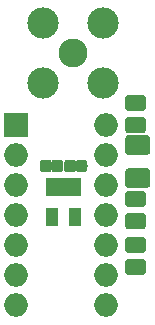
<source format=gbr>
G04 #@! TF.GenerationSoftware,KiCad,Pcbnew,(5.1.4)-1*
G04 #@! TF.CreationDate,2019-10-02T12:40:23-04:00*
G04 #@! TF.ProjectId,clock_buffer,636c6f63-6b5f-4627-9566-6665722e6b69,rev?*
G04 #@! TF.SameCoordinates,Original*
G04 #@! TF.FileFunction,Soldermask,Top*
G04 #@! TF.FilePolarity,Negative*
%FSLAX46Y46*%
G04 Gerber Fmt 4.6, Leading zero omitted, Abs format (unit mm)*
G04 Created by KiCad (PCBNEW (5.1.4)-1) date 2019-10-02 12:40:23*
%MOMM*%
%LPD*%
G04 APERTURE LIST*
%ADD10C,0.100000*%
%ADD11C,1.375000*%
%ADD12C,0.990000*%
%ADD13R,0.990000X1.610000*%
%ADD14C,1.650000*%
%ADD15O,2.000000X2.000000*%
%ADD16R,2.000000X2.000000*%
%ADD17C,2.650000*%
%ADD18C,2.450000*%
G04 APERTURE END LIST*
D10*
G36*
X157053943Y-107185655D02*
G01*
X157087312Y-107190605D01*
X157120035Y-107198802D01*
X157151797Y-107210166D01*
X157182293Y-107224590D01*
X157211227Y-107241932D01*
X157238323Y-107262028D01*
X157263318Y-107284682D01*
X157285972Y-107309677D01*
X157306068Y-107336773D01*
X157323410Y-107365707D01*
X157337834Y-107396203D01*
X157349198Y-107427965D01*
X157357395Y-107460688D01*
X157362345Y-107494057D01*
X157364000Y-107527750D01*
X157364000Y-108215250D01*
X157362345Y-108248943D01*
X157357395Y-108282312D01*
X157349198Y-108315035D01*
X157337834Y-108346797D01*
X157323410Y-108377293D01*
X157306068Y-108406227D01*
X157285972Y-108433323D01*
X157263318Y-108458318D01*
X157238323Y-108480972D01*
X157211227Y-108501068D01*
X157182293Y-108518410D01*
X157151797Y-108532834D01*
X157120035Y-108544198D01*
X157087312Y-108552395D01*
X157053943Y-108557345D01*
X157020250Y-108559000D01*
X155907750Y-108559000D01*
X155874057Y-108557345D01*
X155840688Y-108552395D01*
X155807965Y-108544198D01*
X155776203Y-108532834D01*
X155745707Y-108518410D01*
X155716773Y-108501068D01*
X155689677Y-108480972D01*
X155664682Y-108458318D01*
X155642028Y-108433323D01*
X155621932Y-108406227D01*
X155604590Y-108377293D01*
X155590166Y-108346797D01*
X155578802Y-108315035D01*
X155570605Y-108282312D01*
X155565655Y-108248943D01*
X155564000Y-108215250D01*
X155564000Y-107527750D01*
X155565655Y-107494057D01*
X155570605Y-107460688D01*
X155578802Y-107427965D01*
X155590166Y-107396203D01*
X155604590Y-107365707D01*
X155621932Y-107336773D01*
X155642028Y-107309677D01*
X155664682Y-107284682D01*
X155689677Y-107262028D01*
X155716773Y-107241932D01*
X155745707Y-107224590D01*
X155776203Y-107210166D01*
X155807965Y-107198802D01*
X155840688Y-107190605D01*
X155874057Y-107185655D01*
X155907750Y-107184000D01*
X157020250Y-107184000D01*
X157053943Y-107185655D01*
X157053943Y-107185655D01*
G37*
D11*
X156464000Y-107871500D03*
D10*
G36*
X157053943Y-105310655D02*
G01*
X157087312Y-105315605D01*
X157120035Y-105323802D01*
X157151797Y-105335166D01*
X157182293Y-105349590D01*
X157211227Y-105366932D01*
X157238323Y-105387028D01*
X157263318Y-105409682D01*
X157285972Y-105434677D01*
X157306068Y-105461773D01*
X157323410Y-105490707D01*
X157337834Y-105521203D01*
X157349198Y-105552965D01*
X157357395Y-105585688D01*
X157362345Y-105619057D01*
X157364000Y-105652750D01*
X157364000Y-106340250D01*
X157362345Y-106373943D01*
X157357395Y-106407312D01*
X157349198Y-106440035D01*
X157337834Y-106471797D01*
X157323410Y-106502293D01*
X157306068Y-106531227D01*
X157285972Y-106558323D01*
X157263318Y-106583318D01*
X157238323Y-106605972D01*
X157211227Y-106626068D01*
X157182293Y-106643410D01*
X157151797Y-106657834D01*
X157120035Y-106669198D01*
X157087312Y-106677395D01*
X157053943Y-106682345D01*
X157020250Y-106684000D01*
X155907750Y-106684000D01*
X155874057Y-106682345D01*
X155840688Y-106677395D01*
X155807965Y-106669198D01*
X155776203Y-106657834D01*
X155745707Y-106643410D01*
X155716773Y-106626068D01*
X155689677Y-106605972D01*
X155664682Y-106583318D01*
X155642028Y-106558323D01*
X155621932Y-106531227D01*
X155604590Y-106502293D01*
X155590166Y-106471797D01*
X155578802Y-106440035D01*
X155570605Y-106407312D01*
X155565655Y-106373943D01*
X155564000Y-106340250D01*
X155564000Y-105652750D01*
X155565655Y-105619057D01*
X155570605Y-105585688D01*
X155578802Y-105552965D01*
X155590166Y-105521203D01*
X155604590Y-105490707D01*
X155621932Y-105461773D01*
X155642028Y-105434677D01*
X155664682Y-105409682D01*
X155689677Y-105387028D01*
X155716773Y-105366932D01*
X155745707Y-105349590D01*
X155776203Y-105335166D01*
X155807965Y-105323802D01*
X155840688Y-105315605D01*
X155874057Y-105310655D01*
X155907750Y-105309000D01*
X157020250Y-105309000D01*
X157053943Y-105310655D01*
X157053943Y-105310655D01*
G37*
D11*
X156464000Y-105996500D03*
D10*
G36*
X152163759Y-98795192D02*
G01*
X152187785Y-98798756D01*
X152211345Y-98804657D01*
X152234214Y-98812840D01*
X152256171Y-98823224D01*
X152277004Y-98835711D01*
X152296512Y-98850180D01*
X152314509Y-98866491D01*
X152330820Y-98884488D01*
X152345289Y-98903996D01*
X152357776Y-98924829D01*
X152368160Y-98946786D01*
X152376343Y-98969655D01*
X152382244Y-98993215D01*
X152385808Y-99017241D01*
X152387000Y-99041500D01*
X152387000Y-99586500D01*
X152385808Y-99610759D01*
X152382244Y-99634785D01*
X152376343Y-99658345D01*
X152368160Y-99681214D01*
X152357776Y-99703171D01*
X152345289Y-99724004D01*
X152330820Y-99743512D01*
X152314509Y-99761509D01*
X152296512Y-99777820D01*
X152277004Y-99792289D01*
X152256171Y-99804776D01*
X152234214Y-99815160D01*
X152211345Y-99823343D01*
X152187785Y-99829244D01*
X152163759Y-99832808D01*
X152139500Y-99834000D01*
X151644500Y-99834000D01*
X151620241Y-99832808D01*
X151596215Y-99829244D01*
X151572655Y-99823343D01*
X151549786Y-99815160D01*
X151527829Y-99804776D01*
X151506996Y-99792289D01*
X151487488Y-99777820D01*
X151469491Y-99761509D01*
X151453180Y-99743512D01*
X151438711Y-99724004D01*
X151426224Y-99703171D01*
X151415840Y-99681214D01*
X151407657Y-99658345D01*
X151401756Y-99634785D01*
X151398192Y-99610759D01*
X151397000Y-99586500D01*
X151397000Y-99041500D01*
X151398192Y-99017241D01*
X151401756Y-98993215D01*
X151407657Y-98969655D01*
X151415840Y-98946786D01*
X151426224Y-98924829D01*
X151438711Y-98903996D01*
X151453180Y-98884488D01*
X151469491Y-98866491D01*
X151487488Y-98850180D01*
X151506996Y-98835711D01*
X151527829Y-98823224D01*
X151549786Y-98812840D01*
X151572655Y-98804657D01*
X151596215Y-98798756D01*
X151620241Y-98795192D01*
X151644500Y-98794000D01*
X152139500Y-98794000D01*
X152163759Y-98795192D01*
X152163759Y-98795192D01*
G37*
D12*
X151892000Y-99314000D03*
D10*
G36*
X151193759Y-98795192D02*
G01*
X151217785Y-98798756D01*
X151241345Y-98804657D01*
X151264214Y-98812840D01*
X151286171Y-98823224D01*
X151307004Y-98835711D01*
X151326512Y-98850180D01*
X151344509Y-98866491D01*
X151360820Y-98884488D01*
X151375289Y-98903996D01*
X151387776Y-98924829D01*
X151398160Y-98946786D01*
X151406343Y-98969655D01*
X151412244Y-98993215D01*
X151415808Y-99017241D01*
X151417000Y-99041500D01*
X151417000Y-99586500D01*
X151415808Y-99610759D01*
X151412244Y-99634785D01*
X151406343Y-99658345D01*
X151398160Y-99681214D01*
X151387776Y-99703171D01*
X151375289Y-99724004D01*
X151360820Y-99743512D01*
X151344509Y-99761509D01*
X151326512Y-99777820D01*
X151307004Y-99792289D01*
X151286171Y-99804776D01*
X151264214Y-99815160D01*
X151241345Y-99823343D01*
X151217785Y-99829244D01*
X151193759Y-99832808D01*
X151169500Y-99834000D01*
X150674500Y-99834000D01*
X150650241Y-99832808D01*
X150626215Y-99829244D01*
X150602655Y-99823343D01*
X150579786Y-99815160D01*
X150557829Y-99804776D01*
X150536996Y-99792289D01*
X150517488Y-99777820D01*
X150499491Y-99761509D01*
X150483180Y-99743512D01*
X150468711Y-99724004D01*
X150456224Y-99703171D01*
X150445840Y-99681214D01*
X150437657Y-99658345D01*
X150431756Y-99634785D01*
X150428192Y-99610759D01*
X150427000Y-99586500D01*
X150427000Y-99041500D01*
X150428192Y-99017241D01*
X150431756Y-98993215D01*
X150437657Y-98969655D01*
X150445840Y-98946786D01*
X150456224Y-98924829D01*
X150468711Y-98903996D01*
X150483180Y-98884488D01*
X150499491Y-98866491D01*
X150517488Y-98850180D01*
X150536996Y-98835711D01*
X150557829Y-98823224D01*
X150579786Y-98812840D01*
X150602655Y-98804657D01*
X150626215Y-98798756D01*
X150650241Y-98795192D01*
X150674500Y-98794000D01*
X151169500Y-98794000D01*
X151193759Y-98795192D01*
X151193759Y-98795192D01*
G37*
D12*
X150922000Y-99314000D03*
D10*
G36*
X150108759Y-98795192D02*
G01*
X150132785Y-98798756D01*
X150156345Y-98804657D01*
X150179214Y-98812840D01*
X150201171Y-98823224D01*
X150222004Y-98835711D01*
X150241512Y-98850180D01*
X150259509Y-98866491D01*
X150275820Y-98884488D01*
X150290289Y-98903996D01*
X150302776Y-98924829D01*
X150313160Y-98946786D01*
X150321343Y-98969655D01*
X150327244Y-98993215D01*
X150330808Y-99017241D01*
X150332000Y-99041500D01*
X150332000Y-99586500D01*
X150330808Y-99610759D01*
X150327244Y-99634785D01*
X150321343Y-99658345D01*
X150313160Y-99681214D01*
X150302776Y-99703171D01*
X150290289Y-99724004D01*
X150275820Y-99743512D01*
X150259509Y-99761509D01*
X150241512Y-99777820D01*
X150222004Y-99792289D01*
X150201171Y-99804776D01*
X150179214Y-99815160D01*
X150156345Y-99823343D01*
X150132785Y-99829244D01*
X150108759Y-99832808D01*
X150084500Y-99834000D01*
X149589500Y-99834000D01*
X149565241Y-99832808D01*
X149541215Y-99829244D01*
X149517655Y-99823343D01*
X149494786Y-99815160D01*
X149472829Y-99804776D01*
X149451996Y-99792289D01*
X149432488Y-99777820D01*
X149414491Y-99761509D01*
X149398180Y-99743512D01*
X149383711Y-99724004D01*
X149371224Y-99703171D01*
X149360840Y-99681214D01*
X149352657Y-99658345D01*
X149346756Y-99634785D01*
X149343192Y-99610759D01*
X149342000Y-99586500D01*
X149342000Y-99041500D01*
X149343192Y-99017241D01*
X149346756Y-98993215D01*
X149352657Y-98969655D01*
X149360840Y-98946786D01*
X149371224Y-98924829D01*
X149383711Y-98903996D01*
X149398180Y-98884488D01*
X149414491Y-98866491D01*
X149432488Y-98850180D01*
X149451996Y-98835711D01*
X149472829Y-98823224D01*
X149494786Y-98812840D01*
X149517655Y-98804657D01*
X149541215Y-98798756D01*
X149565241Y-98795192D01*
X149589500Y-98794000D01*
X150084500Y-98794000D01*
X150108759Y-98795192D01*
X150108759Y-98795192D01*
G37*
D12*
X149837000Y-99314000D03*
D10*
G36*
X149138759Y-98795192D02*
G01*
X149162785Y-98798756D01*
X149186345Y-98804657D01*
X149209214Y-98812840D01*
X149231171Y-98823224D01*
X149252004Y-98835711D01*
X149271512Y-98850180D01*
X149289509Y-98866491D01*
X149305820Y-98884488D01*
X149320289Y-98903996D01*
X149332776Y-98924829D01*
X149343160Y-98946786D01*
X149351343Y-98969655D01*
X149357244Y-98993215D01*
X149360808Y-99017241D01*
X149362000Y-99041500D01*
X149362000Y-99586500D01*
X149360808Y-99610759D01*
X149357244Y-99634785D01*
X149351343Y-99658345D01*
X149343160Y-99681214D01*
X149332776Y-99703171D01*
X149320289Y-99724004D01*
X149305820Y-99743512D01*
X149289509Y-99761509D01*
X149271512Y-99777820D01*
X149252004Y-99792289D01*
X149231171Y-99804776D01*
X149209214Y-99815160D01*
X149186345Y-99823343D01*
X149162785Y-99829244D01*
X149138759Y-99832808D01*
X149114500Y-99834000D01*
X148619500Y-99834000D01*
X148595241Y-99832808D01*
X148571215Y-99829244D01*
X148547655Y-99823343D01*
X148524786Y-99815160D01*
X148502829Y-99804776D01*
X148481996Y-99792289D01*
X148462488Y-99777820D01*
X148444491Y-99761509D01*
X148428180Y-99743512D01*
X148413711Y-99724004D01*
X148401224Y-99703171D01*
X148390840Y-99681214D01*
X148382657Y-99658345D01*
X148376756Y-99634785D01*
X148373192Y-99610759D01*
X148372000Y-99586500D01*
X148372000Y-99041500D01*
X148373192Y-99017241D01*
X148376756Y-98993215D01*
X148382657Y-98969655D01*
X148390840Y-98946786D01*
X148401224Y-98924829D01*
X148413711Y-98903996D01*
X148428180Y-98884488D01*
X148444491Y-98866491D01*
X148462488Y-98850180D01*
X148481996Y-98835711D01*
X148502829Y-98823224D01*
X148524786Y-98812840D01*
X148547655Y-98804657D01*
X148571215Y-98798756D01*
X148595241Y-98795192D01*
X148619500Y-98794000D01*
X149114500Y-98794000D01*
X149138759Y-98795192D01*
X149138759Y-98795192D01*
G37*
D12*
X148867000Y-99314000D03*
D13*
X151318000Y-103617000D03*
X149418000Y-103617000D03*
X149418000Y-101107000D03*
X150368000Y-101107000D03*
X151318000Y-101107000D03*
D10*
G36*
X157053943Y-103297155D02*
G01*
X157087312Y-103302105D01*
X157120035Y-103310302D01*
X157151797Y-103321666D01*
X157182293Y-103336090D01*
X157211227Y-103353432D01*
X157238323Y-103373528D01*
X157263318Y-103396182D01*
X157285972Y-103421177D01*
X157306068Y-103448273D01*
X157323410Y-103477207D01*
X157337834Y-103507703D01*
X157349198Y-103539465D01*
X157357395Y-103572188D01*
X157362345Y-103605557D01*
X157364000Y-103639250D01*
X157364000Y-104326750D01*
X157362345Y-104360443D01*
X157357395Y-104393812D01*
X157349198Y-104426535D01*
X157337834Y-104458297D01*
X157323410Y-104488793D01*
X157306068Y-104517727D01*
X157285972Y-104544823D01*
X157263318Y-104569818D01*
X157238323Y-104592472D01*
X157211227Y-104612568D01*
X157182293Y-104629910D01*
X157151797Y-104644334D01*
X157120035Y-104655698D01*
X157087312Y-104663895D01*
X157053943Y-104668845D01*
X157020250Y-104670500D01*
X155907750Y-104670500D01*
X155874057Y-104668845D01*
X155840688Y-104663895D01*
X155807965Y-104655698D01*
X155776203Y-104644334D01*
X155745707Y-104629910D01*
X155716773Y-104612568D01*
X155689677Y-104592472D01*
X155664682Y-104569818D01*
X155642028Y-104544823D01*
X155621932Y-104517727D01*
X155604590Y-104488793D01*
X155590166Y-104458297D01*
X155578802Y-104426535D01*
X155570605Y-104393812D01*
X155565655Y-104360443D01*
X155564000Y-104326750D01*
X155564000Y-103639250D01*
X155565655Y-103605557D01*
X155570605Y-103572188D01*
X155578802Y-103539465D01*
X155590166Y-103507703D01*
X155604590Y-103477207D01*
X155621932Y-103448273D01*
X155642028Y-103421177D01*
X155664682Y-103396182D01*
X155689677Y-103373528D01*
X155716773Y-103353432D01*
X155745707Y-103336090D01*
X155776203Y-103321666D01*
X155807965Y-103310302D01*
X155840688Y-103302105D01*
X155874057Y-103297155D01*
X155907750Y-103295500D01*
X157020250Y-103295500D01*
X157053943Y-103297155D01*
X157053943Y-103297155D01*
G37*
D11*
X156464000Y-103983000D03*
D10*
G36*
X157053943Y-101422155D02*
G01*
X157087312Y-101427105D01*
X157120035Y-101435302D01*
X157151797Y-101446666D01*
X157182293Y-101461090D01*
X157211227Y-101478432D01*
X157238323Y-101498528D01*
X157263318Y-101521182D01*
X157285972Y-101546177D01*
X157306068Y-101573273D01*
X157323410Y-101602207D01*
X157337834Y-101632703D01*
X157349198Y-101664465D01*
X157357395Y-101697188D01*
X157362345Y-101730557D01*
X157364000Y-101764250D01*
X157364000Y-102451750D01*
X157362345Y-102485443D01*
X157357395Y-102518812D01*
X157349198Y-102551535D01*
X157337834Y-102583297D01*
X157323410Y-102613793D01*
X157306068Y-102642727D01*
X157285972Y-102669823D01*
X157263318Y-102694818D01*
X157238323Y-102717472D01*
X157211227Y-102737568D01*
X157182293Y-102754910D01*
X157151797Y-102769334D01*
X157120035Y-102780698D01*
X157087312Y-102788895D01*
X157053943Y-102793845D01*
X157020250Y-102795500D01*
X155907750Y-102795500D01*
X155874057Y-102793845D01*
X155840688Y-102788895D01*
X155807965Y-102780698D01*
X155776203Y-102769334D01*
X155745707Y-102754910D01*
X155716773Y-102737568D01*
X155689677Y-102717472D01*
X155664682Y-102694818D01*
X155642028Y-102669823D01*
X155621932Y-102642727D01*
X155604590Y-102613793D01*
X155590166Y-102583297D01*
X155578802Y-102551535D01*
X155570605Y-102518812D01*
X155565655Y-102485443D01*
X155564000Y-102451750D01*
X155564000Y-101764250D01*
X155565655Y-101730557D01*
X155570605Y-101697188D01*
X155578802Y-101664465D01*
X155590166Y-101632703D01*
X155604590Y-101602207D01*
X155621932Y-101573273D01*
X155642028Y-101546177D01*
X155664682Y-101521182D01*
X155689677Y-101498528D01*
X155716773Y-101478432D01*
X155745707Y-101461090D01*
X155776203Y-101446666D01*
X155807965Y-101435302D01*
X155840688Y-101427105D01*
X155874057Y-101422155D01*
X155907750Y-101420500D01*
X157020250Y-101420500D01*
X157053943Y-101422155D01*
X157053943Y-101422155D01*
G37*
D11*
X156464000Y-102108000D03*
D10*
G36*
X157053943Y-93294155D02*
G01*
X157087312Y-93299105D01*
X157120035Y-93307302D01*
X157151797Y-93318666D01*
X157182293Y-93333090D01*
X157211227Y-93350432D01*
X157238323Y-93370528D01*
X157263318Y-93393182D01*
X157285972Y-93418177D01*
X157306068Y-93445273D01*
X157323410Y-93474207D01*
X157337834Y-93504703D01*
X157349198Y-93536465D01*
X157357395Y-93569188D01*
X157362345Y-93602557D01*
X157364000Y-93636250D01*
X157364000Y-94323750D01*
X157362345Y-94357443D01*
X157357395Y-94390812D01*
X157349198Y-94423535D01*
X157337834Y-94455297D01*
X157323410Y-94485793D01*
X157306068Y-94514727D01*
X157285972Y-94541823D01*
X157263318Y-94566818D01*
X157238323Y-94589472D01*
X157211227Y-94609568D01*
X157182293Y-94626910D01*
X157151797Y-94641334D01*
X157120035Y-94652698D01*
X157087312Y-94660895D01*
X157053943Y-94665845D01*
X157020250Y-94667500D01*
X155907750Y-94667500D01*
X155874057Y-94665845D01*
X155840688Y-94660895D01*
X155807965Y-94652698D01*
X155776203Y-94641334D01*
X155745707Y-94626910D01*
X155716773Y-94609568D01*
X155689677Y-94589472D01*
X155664682Y-94566818D01*
X155642028Y-94541823D01*
X155621932Y-94514727D01*
X155604590Y-94485793D01*
X155590166Y-94455297D01*
X155578802Y-94423535D01*
X155570605Y-94390812D01*
X155565655Y-94357443D01*
X155564000Y-94323750D01*
X155564000Y-93636250D01*
X155565655Y-93602557D01*
X155570605Y-93569188D01*
X155578802Y-93536465D01*
X155590166Y-93504703D01*
X155604590Y-93474207D01*
X155621932Y-93445273D01*
X155642028Y-93418177D01*
X155664682Y-93393182D01*
X155689677Y-93370528D01*
X155716773Y-93350432D01*
X155745707Y-93333090D01*
X155776203Y-93318666D01*
X155807965Y-93307302D01*
X155840688Y-93299105D01*
X155874057Y-93294155D01*
X155907750Y-93292500D01*
X157020250Y-93292500D01*
X157053943Y-93294155D01*
X157053943Y-93294155D01*
G37*
D11*
X156464000Y-93980000D03*
D10*
G36*
X157053943Y-95169155D02*
G01*
X157087312Y-95174105D01*
X157120035Y-95182302D01*
X157151797Y-95193666D01*
X157182293Y-95208090D01*
X157211227Y-95225432D01*
X157238323Y-95245528D01*
X157263318Y-95268182D01*
X157285972Y-95293177D01*
X157306068Y-95320273D01*
X157323410Y-95349207D01*
X157337834Y-95379703D01*
X157349198Y-95411465D01*
X157357395Y-95444188D01*
X157362345Y-95477557D01*
X157364000Y-95511250D01*
X157364000Y-96198750D01*
X157362345Y-96232443D01*
X157357395Y-96265812D01*
X157349198Y-96298535D01*
X157337834Y-96330297D01*
X157323410Y-96360793D01*
X157306068Y-96389727D01*
X157285972Y-96416823D01*
X157263318Y-96441818D01*
X157238323Y-96464472D01*
X157211227Y-96484568D01*
X157182293Y-96501910D01*
X157151797Y-96516334D01*
X157120035Y-96527698D01*
X157087312Y-96535895D01*
X157053943Y-96540845D01*
X157020250Y-96542500D01*
X155907750Y-96542500D01*
X155874057Y-96540845D01*
X155840688Y-96535895D01*
X155807965Y-96527698D01*
X155776203Y-96516334D01*
X155745707Y-96501910D01*
X155716773Y-96484568D01*
X155689677Y-96464472D01*
X155664682Y-96441818D01*
X155642028Y-96416823D01*
X155621932Y-96389727D01*
X155604590Y-96360793D01*
X155590166Y-96330297D01*
X155578802Y-96298535D01*
X155570605Y-96265812D01*
X155565655Y-96232443D01*
X155564000Y-96198750D01*
X155564000Y-95511250D01*
X155565655Y-95477557D01*
X155570605Y-95444188D01*
X155578802Y-95411465D01*
X155590166Y-95379703D01*
X155604590Y-95349207D01*
X155621932Y-95320273D01*
X155642028Y-95293177D01*
X155664682Y-95268182D01*
X155689677Y-95245528D01*
X155716773Y-95225432D01*
X155745707Y-95208090D01*
X155776203Y-95193666D01*
X155807965Y-95182302D01*
X155840688Y-95174105D01*
X155874057Y-95169155D01*
X155907750Y-95167500D01*
X157020250Y-95167500D01*
X157053943Y-95169155D01*
X157053943Y-95169155D01*
G37*
D11*
X156464000Y-95855000D03*
D10*
G36*
X157431846Y-99512589D02*
G01*
X157463880Y-99517341D01*
X157495294Y-99525210D01*
X157525786Y-99536120D01*
X157555061Y-99549966D01*
X157582838Y-99566615D01*
X157608850Y-99585907D01*
X157632845Y-99607655D01*
X157654593Y-99631650D01*
X157673885Y-99657662D01*
X157690534Y-99685439D01*
X157704380Y-99714714D01*
X157715290Y-99745206D01*
X157723159Y-99776620D01*
X157727911Y-99808654D01*
X157729500Y-99841000D01*
X157729500Y-100831000D01*
X157727911Y-100863346D01*
X157723159Y-100895380D01*
X157715290Y-100926794D01*
X157704380Y-100957286D01*
X157690534Y-100986561D01*
X157673885Y-101014338D01*
X157654593Y-101040350D01*
X157632845Y-101064345D01*
X157608850Y-101086093D01*
X157582838Y-101105385D01*
X157555061Y-101122034D01*
X157525786Y-101135880D01*
X157495294Y-101146790D01*
X157463880Y-101154659D01*
X157431846Y-101159411D01*
X157399500Y-101161000D01*
X155909500Y-101161000D01*
X155877154Y-101159411D01*
X155845120Y-101154659D01*
X155813706Y-101146790D01*
X155783214Y-101135880D01*
X155753939Y-101122034D01*
X155726162Y-101105385D01*
X155700150Y-101086093D01*
X155676155Y-101064345D01*
X155654407Y-101040350D01*
X155635115Y-101014338D01*
X155618466Y-100986561D01*
X155604620Y-100957286D01*
X155593710Y-100926794D01*
X155585841Y-100895380D01*
X155581089Y-100863346D01*
X155579500Y-100831000D01*
X155579500Y-99841000D01*
X155581089Y-99808654D01*
X155585841Y-99776620D01*
X155593710Y-99745206D01*
X155604620Y-99714714D01*
X155618466Y-99685439D01*
X155635115Y-99657662D01*
X155654407Y-99631650D01*
X155676155Y-99607655D01*
X155700150Y-99585907D01*
X155726162Y-99566615D01*
X155753939Y-99549966D01*
X155783214Y-99536120D01*
X155813706Y-99525210D01*
X155845120Y-99517341D01*
X155877154Y-99512589D01*
X155909500Y-99511000D01*
X157399500Y-99511000D01*
X157431846Y-99512589D01*
X157431846Y-99512589D01*
G37*
D14*
X156654500Y-100336000D03*
D10*
G36*
X157431846Y-96712589D02*
G01*
X157463880Y-96717341D01*
X157495294Y-96725210D01*
X157525786Y-96736120D01*
X157555061Y-96749966D01*
X157582838Y-96766615D01*
X157608850Y-96785907D01*
X157632845Y-96807655D01*
X157654593Y-96831650D01*
X157673885Y-96857662D01*
X157690534Y-96885439D01*
X157704380Y-96914714D01*
X157715290Y-96945206D01*
X157723159Y-96976620D01*
X157727911Y-97008654D01*
X157729500Y-97041000D01*
X157729500Y-98031000D01*
X157727911Y-98063346D01*
X157723159Y-98095380D01*
X157715290Y-98126794D01*
X157704380Y-98157286D01*
X157690534Y-98186561D01*
X157673885Y-98214338D01*
X157654593Y-98240350D01*
X157632845Y-98264345D01*
X157608850Y-98286093D01*
X157582838Y-98305385D01*
X157555061Y-98322034D01*
X157525786Y-98335880D01*
X157495294Y-98346790D01*
X157463880Y-98354659D01*
X157431846Y-98359411D01*
X157399500Y-98361000D01*
X155909500Y-98361000D01*
X155877154Y-98359411D01*
X155845120Y-98354659D01*
X155813706Y-98346790D01*
X155783214Y-98335880D01*
X155753939Y-98322034D01*
X155726162Y-98305385D01*
X155700150Y-98286093D01*
X155676155Y-98264345D01*
X155654407Y-98240350D01*
X155635115Y-98214338D01*
X155618466Y-98186561D01*
X155604620Y-98157286D01*
X155593710Y-98126794D01*
X155585841Y-98095380D01*
X155581089Y-98063346D01*
X155579500Y-98031000D01*
X155579500Y-97041000D01*
X155581089Y-97008654D01*
X155585841Y-96976620D01*
X155593710Y-96945206D01*
X155604620Y-96914714D01*
X155618466Y-96885439D01*
X155635115Y-96857662D01*
X155654407Y-96831650D01*
X155676155Y-96807655D01*
X155700150Y-96785907D01*
X155726162Y-96766615D01*
X155753939Y-96749966D01*
X155783214Y-96736120D01*
X155813706Y-96725210D01*
X155845120Y-96717341D01*
X155877154Y-96712589D01*
X155909500Y-96711000D01*
X157399500Y-96711000D01*
X157431846Y-96712589D01*
X157431846Y-96712589D01*
G37*
D14*
X156654500Y-97536000D03*
D15*
X153924000Y-95885000D03*
X146304000Y-111125000D03*
X153924000Y-98425000D03*
X146304000Y-108585000D03*
X153924000Y-100965000D03*
X146304000Y-106045000D03*
X153924000Y-103505000D03*
X146304000Y-103505000D03*
X153924000Y-106045000D03*
X146304000Y-100965000D03*
X153924000Y-108585000D03*
X146304000Y-98425000D03*
X153924000Y-111125000D03*
D16*
X146304000Y-95885000D03*
D17*
X148590000Y-92329000D03*
X148590000Y-87249000D03*
X153670000Y-87249000D03*
X153670000Y-92329000D03*
D18*
X151130000Y-89789000D03*
M02*

</source>
